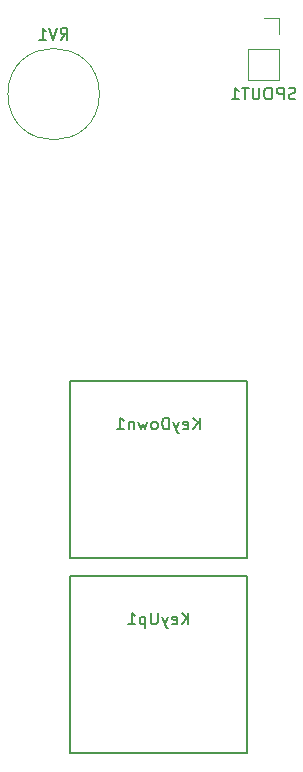
<source format=gbo>
G04 #@! TF.FileFunction,Legend,Bot*
%FSLAX46Y46*%
G04 Gerber Fmt 4.6, Leading zero omitted, Abs format (unit mm)*
G04 Created by KiCad (PCBNEW 4.0.1-stable) date 2019/01/29 0:04:04*
%MOMM*%
G01*
G04 APERTURE LIST*
%ADD10C,0.100000*%
%ADD11C,0.120000*%
%ADD12C,0.150000*%
G04 APERTURE END LIST*
D10*
D11*
X120710000Y-96580000D02*
X118050000Y-96580000D01*
X120710000Y-93980000D02*
X120710000Y-96580000D01*
X118050000Y-93980000D02*
X118050000Y-96580000D01*
X120710000Y-93980000D02*
X118050000Y-93980000D01*
X120710000Y-92710000D02*
X120710000Y-91380000D01*
X120710000Y-91380000D02*
X119380000Y-91380000D01*
D12*
X102990000Y-137040000D02*
X117990000Y-137040000D01*
X117990000Y-137040000D02*
X117990000Y-122040000D01*
X117990000Y-122040000D02*
X102990000Y-122040000D01*
X102990000Y-122040000D02*
X102990000Y-137040000D01*
X102990000Y-153550000D02*
X117990000Y-153550000D01*
X117990000Y-153550000D02*
X117990000Y-138550000D01*
X117990000Y-138550000D02*
X102990000Y-138550000D01*
X102990000Y-138550000D02*
X102990000Y-153550000D01*
D11*
X105470000Y-97790000D02*
G75*
G03X105470000Y-97790000I-3870000J0D01*
G01*
D12*
X122070476Y-98194762D02*
X121927619Y-98242381D01*
X121689523Y-98242381D01*
X121594285Y-98194762D01*
X121546666Y-98147143D01*
X121499047Y-98051905D01*
X121499047Y-97956667D01*
X121546666Y-97861429D01*
X121594285Y-97813810D01*
X121689523Y-97766190D01*
X121880000Y-97718571D01*
X121975238Y-97670952D01*
X122022857Y-97623333D01*
X122070476Y-97528095D01*
X122070476Y-97432857D01*
X122022857Y-97337619D01*
X121975238Y-97290000D01*
X121880000Y-97242381D01*
X121641904Y-97242381D01*
X121499047Y-97290000D01*
X121070476Y-98242381D02*
X121070476Y-97242381D01*
X120689523Y-97242381D01*
X120594285Y-97290000D01*
X120546666Y-97337619D01*
X120499047Y-97432857D01*
X120499047Y-97575714D01*
X120546666Y-97670952D01*
X120594285Y-97718571D01*
X120689523Y-97766190D01*
X121070476Y-97766190D01*
X119880000Y-97242381D02*
X119689523Y-97242381D01*
X119594285Y-97290000D01*
X119499047Y-97385238D01*
X119451428Y-97575714D01*
X119451428Y-97909048D01*
X119499047Y-98099524D01*
X119594285Y-98194762D01*
X119689523Y-98242381D01*
X119880000Y-98242381D01*
X119975238Y-98194762D01*
X120070476Y-98099524D01*
X120118095Y-97909048D01*
X120118095Y-97575714D01*
X120070476Y-97385238D01*
X119975238Y-97290000D01*
X119880000Y-97242381D01*
X119022857Y-97242381D02*
X119022857Y-98051905D01*
X118975238Y-98147143D01*
X118927619Y-98194762D01*
X118832381Y-98242381D01*
X118641904Y-98242381D01*
X118546666Y-98194762D01*
X118499047Y-98147143D01*
X118451428Y-98051905D01*
X118451428Y-97242381D01*
X118118095Y-97242381D02*
X117546666Y-97242381D01*
X117832381Y-98242381D02*
X117832381Y-97242381D01*
X116689523Y-98242381D02*
X117260952Y-98242381D01*
X116975238Y-98242381D02*
X116975238Y-97242381D01*
X117070476Y-97385238D01*
X117165714Y-97480476D01*
X117260952Y-97528095D01*
X113966191Y-126182381D02*
X113966191Y-125182381D01*
X113394762Y-126182381D02*
X113823334Y-125610952D01*
X113394762Y-125182381D02*
X113966191Y-125753810D01*
X112585238Y-126134762D02*
X112680476Y-126182381D01*
X112870953Y-126182381D01*
X112966191Y-126134762D01*
X113013810Y-126039524D01*
X113013810Y-125658571D01*
X112966191Y-125563333D01*
X112870953Y-125515714D01*
X112680476Y-125515714D01*
X112585238Y-125563333D01*
X112537619Y-125658571D01*
X112537619Y-125753810D01*
X113013810Y-125849048D01*
X112204286Y-125515714D02*
X111966191Y-126182381D01*
X111728095Y-125515714D02*
X111966191Y-126182381D01*
X112061429Y-126420476D01*
X112109048Y-126468095D01*
X112204286Y-126515714D01*
X111347143Y-126182381D02*
X111347143Y-125182381D01*
X111109048Y-125182381D01*
X110966190Y-125230000D01*
X110870952Y-125325238D01*
X110823333Y-125420476D01*
X110775714Y-125610952D01*
X110775714Y-125753810D01*
X110823333Y-125944286D01*
X110870952Y-126039524D01*
X110966190Y-126134762D01*
X111109048Y-126182381D01*
X111347143Y-126182381D01*
X110204286Y-126182381D02*
X110299524Y-126134762D01*
X110347143Y-126087143D01*
X110394762Y-125991905D01*
X110394762Y-125706190D01*
X110347143Y-125610952D01*
X110299524Y-125563333D01*
X110204286Y-125515714D01*
X110061428Y-125515714D01*
X109966190Y-125563333D01*
X109918571Y-125610952D01*
X109870952Y-125706190D01*
X109870952Y-125991905D01*
X109918571Y-126087143D01*
X109966190Y-126134762D01*
X110061428Y-126182381D01*
X110204286Y-126182381D01*
X109537619Y-125515714D02*
X109347143Y-126182381D01*
X109156666Y-125706190D01*
X108966190Y-126182381D01*
X108775714Y-125515714D01*
X108394762Y-125515714D02*
X108394762Y-126182381D01*
X108394762Y-125610952D02*
X108347143Y-125563333D01*
X108251905Y-125515714D01*
X108109047Y-125515714D01*
X108013809Y-125563333D01*
X107966190Y-125658571D01*
X107966190Y-126182381D01*
X106966190Y-126182381D02*
X107537619Y-126182381D01*
X107251905Y-126182381D02*
X107251905Y-125182381D01*
X107347143Y-125325238D01*
X107442381Y-125420476D01*
X107537619Y-125468095D01*
X113013810Y-142692381D02*
X113013810Y-141692381D01*
X112442381Y-142692381D02*
X112870953Y-142120952D01*
X112442381Y-141692381D02*
X113013810Y-142263810D01*
X111632857Y-142644762D02*
X111728095Y-142692381D01*
X111918572Y-142692381D01*
X112013810Y-142644762D01*
X112061429Y-142549524D01*
X112061429Y-142168571D01*
X112013810Y-142073333D01*
X111918572Y-142025714D01*
X111728095Y-142025714D01*
X111632857Y-142073333D01*
X111585238Y-142168571D01*
X111585238Y-142263810D01*
X112061429Y-142359048D01*
X111251905Y-142025714D02*
X111013810Y-142692381D01*
X110775714Y-142025714D02*
X111013810Y-142692381D01*
X111109048Y-142930476D01*
X111156667Y-142978095D01*
X111251905Y-143025714D01*
X110394762Y-141692381D02*
X110394762Y-142501905D01*
X110347143Y-142597143D01*
X110299524Y-142644762D01*
X110204286Y-142692381D01*
X110013809Y-142692381D01*
X109918571Y-142644762D01*
X109870952Y-142597143D01*
X109823333Y-142501905D01*
X109823333Y-141692381D01*
X109347143Y-142025714D02*
X109347143Y-143025714D01*
X109347143Y-142073333D02*
X109251905Y-142025714D01*
X109061428Y-142025714D01*
X108966190Y-142073333D01*
X108918571Y-142120952D01*
X108870952Y-142216190D01*
X108870952Y-142501905D01*
X108918571Y-142597143D01*
X108966190Y-142644762D01*
X109061428Y-142692381D01*
X109251905Y-142692381D01*
X109347143Y-142644762D01*
X107918571Y-142692381D02*
X108490000Y-142692381D01*
X108204286Y-142692381D02*
X108204286Y-141692381D01*
X108299524Y-141835238D01*
X108394762Y-141930476D01*
X108490000Y-141978095D01*
X102195238Y-93182381D02*
X102528572Y-92706190D01*
X102766667Y-93182381D02*
X102766667Y-92182381D01*
X102385714Y-92182381D01*
X102290476Y-92230000D01*
X102242857Y-92277619D01*
X102195238Y-92372857D01*
X102195238Y-92515714D01*
X102242857Y-92610952D01*
X102290476Y-92658571D01*
X102385714Y-92706190D01*
X102766667Y-92706190D01*
X101909524Y-92182381D02*
X101576191Y-93182381D01*
X101242857Y-92182381D01*
X100385714Y-93182381D02*
X100957143Y-93182381D01*
X100671429Y-93182381D02*
X100671429Y-92182381D01*
X100766667Y-92325238D01*
X100861905Y-92420476D01*
X100957143Y-92468095D01*
M02*

</source>
